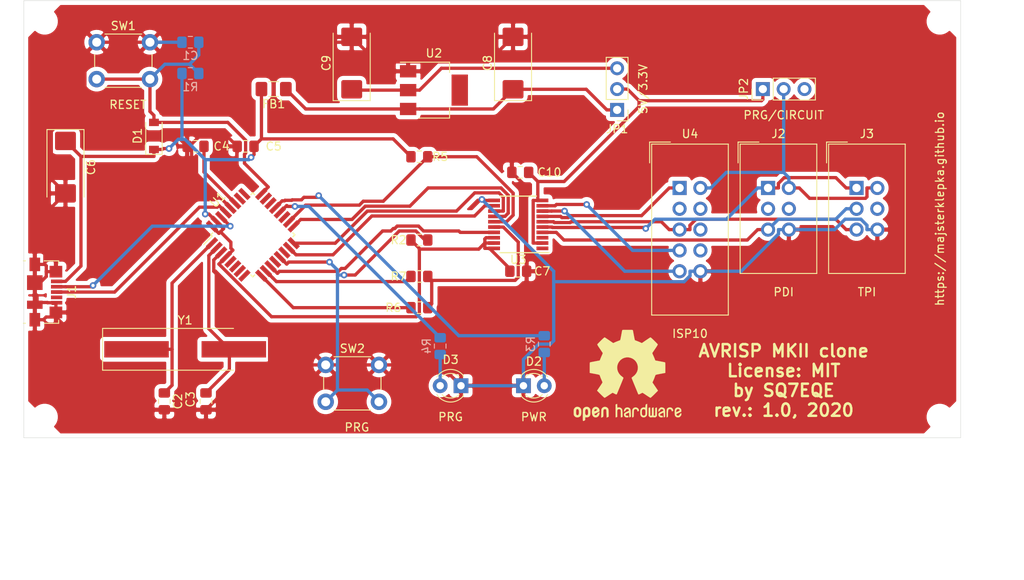
<source format=kicad_pcb>
(kicad_pcb (version 20171130) (host pcbnew 5.1.5-1.fc31)
  (title_block (title "AVRISP mkII programmer PCB") (date 2020-03-24) (rev 1.0) (company "MSc. Paweł Sobótka") (comment 1 "License: MIT") (comment 2 "by SQ7EQE"))
  (layers (0 F.Cu signal) (31 B.Cu signal) (34 B.Paste user) (35 F.Paste user) (36 B.SilkS user) (37 F.SilkS user) (38 B.Mask user) (39 F.Mask user) (44 Edge.Cuts user))
  (net 0 "")
  (net 1 "Net-(C1-Pad2)")
  (net 2 GND)
  (net 3 "Net-(C2-Pad1)")
  (net 4 "Net-(C3-Pad1)")
  (net 5 "Net-(C4-Pad1)")
  (net 6 +5V)
  (net 7 "Net-(C8-Pad1)")
  (net 8 "Net-(C9-Pad1)")
  (net 9 "Net-(C10-Pad2)")
  (net 10 "Net-(D2-Pad2)")
  (net 11 "Net-(D3-Pad2)")
  (net 12 "Net-(J1-Pad2)")
  (net 13 "Net-(J1-Pad3)")
  (net 14 "Net-(J1-Pad4)")
  (net 15 /CLK)
  (net 16 "Net-(J2-Pad4)")
  (net 17 "Net-(J2-Pad3)")
  (net 18 VSS)
  (net 19 /DATA)
  (net 20 "Net-(J3-Pad4)")
  (net 21 /RESET)
  (net 22 "Net-(JP2-Pad3)")
  (net 23 "Net-(R2-Pad2)")
  (net 24 "Net-(R3-Pad1)")
  (net 25 "Net-(R4-Pad1)")
  (net 26 "Net-(R5-Pad2)")
  (net 27 "Net-(R6-Pad2)")
  (net 28 "Net-(R6-Pad1)")
  (net 29 "Net-(R7-Pad2)")
  (net 30 "Net-(U1-Pad5)")
  (net 31 "Net-(U1-Pad6)")
  (net 32 "Net-(U1-Pad7)")
  (net 33 "Net-(U1-Pad8)")
  (net 34 "Net-(U1-Pad11)")
  (net 35 "Net-(U1-Pad12)")
  (net 36 "Net-(U1-Pad14)")
  (net 37 "Net-(U1-Pad15)")
  (net 38 "Net-(U1-Pad16)")
  (net 39 "Net-(U1-Pad17)")
  (net 40 "Net-(U1-Pad19)")
  (net 41 "Net-(U1-Pad22)")
  (net 42 "Net-(U1-Pad23)")
  (net 43 "Net-(U1-Pad25)")
  (net 44 "Net-(U1-Pad26)")
  (net 45 "Net-(U3-Pad1)")
  (net 46 "Net-(U3-Pad3)")
  (net 47 /MISO)
  (net 48 /MOSI)
  (net 49 /SCK)
  (net 50 "Net-(U4-Pad3)")
  (net 51 "Net-(U4-Pad4)")
  (net 52 "Net-(U4-Pad6)")
  (net 53 "Net-(U4-Pad8)")
  (module MountingHole:MountingHole_2.2mm_M2_DIN965 (layer F.Cu) (at 91.44 134.62)
    (fp_text reference M4 hide)
    (fp_text value MountingHole_2.2mm_M2_DIN965 hide)
    (pad 1 np_thru_hole circle (at 0 0) (size 2.2 2.2) (drill 2.2) (layers *.Cu *.Mask))
  )
  (module MountingHole:MountingHole_2.2mm_M2_DIN965 (layer F.Cu) (at 200.66 134.62)
    (fp_text reference M3 hide)
    (fp_text value MountingHole_2.2mm_M2_DIN965 hide)
    (pad 1 np_thru_hole circle (at 0 0) (size 2.2 2.2) (drill 2.2) (layers *.Cu *.Mask))
  )
  (module MountingHole:MountingHole_2.2mm_M2_DIN965 (layer F.Cu) (at 200.66 86.36)
    (fp_text reference M2 hide)
    (fp_text value MountingHole_2.2mm_M2_DIN965 hide)
    (pad 1 np_thru_hole circle (at 0 0) (size 2.2 2.2) (drill 2.2) (layers *.Cu *.Mask))
  )
  (module MountingHole:MountingHole_2.2mm_M2_DIN965 (layer F.Cu) (at 91.44 86.36)
    (fp_text reference M1 hide)
    (fp_text value MountingHole_2.2mm_M2_DIN965 hide)
    (pad 1 np_thru_hole circle (at 0 0) (size 2.2 2.2) (drill 2.2) (layers *.Cu *.Mask))
  )
  (module Capacitor_SMD:C_0805_2012Metric_Pad1.15x1.40mm_HandSolder (layer B.Cu) (at 109.22 88.9)
    (fp_text reference C1 (at 0 1.65) (layer B.SilkS) (effects (justify mirror)))
    (fp_text value 100n)
    (pad 2 smd roundrect (at 1.025 0) (size 1.15 1.4) (layers B.Cu B.Paste B.Mask) (roundrect_rratio 0.217391) (net 1 "Net-(C1-Pad2)"))
    (pad 1 smd roundrect (at -1.025 0) (size 1.15 1.4) (layers B.Cu B.Paste B.Mask) (roundrect_rratio 0.217391) (net 2 GND))
  )
  (module Resistor_SMD:R_0805_2012Metric_Pad1.15x1.40mm_HandSolder (layer B.Cu) (at 109.22 92.71)
    (fp_text reference R1 (at 0 1.65) (layer B.SilkS) (effects (justify mirror)))
    (fp_text value 10k)
    (pad 1 smd roundrect (at -1.025 0) (size 1.15 1.4) (layers B.Cu B.Paste B.Mask) (roundrect_rratio 0.217391) (net 6 +5V))
    (pad 2 smd roundrect (at 1.025 0) (size 1.15 1.4) (layers B.Cu B.Paste B.Mask) (roundrect_rratio 0.217391) (net 1 "Net-(C1-Pad2)"))
  )
  (module Button_Switch_THT:SW_PUSH_6mm_H5mm (layer F.Cu) (at 97.79 88.9)
    (fp_text reference SW1 (at 3.25 -2) (layer F.SilkS))
    (fp_text value reset)
    (pad 2 thru_hole circle (at 0 4.5 90) (size 2 2) (drill 1.1) (layers *.Cu *.Mask) (net 1 "Net-(C1-Pad2)"))
    (pad 1 thru_hole circle (at 0 0 90) (size 2 2) (drill 1.1) (layers *.Cu *.Mask) (net 2 GND))
    (pad 2 thru_hole circle (at 6.5 4.5 90) (size 2 2) (drill 1.1) (layers *.Cu *.Mask) (net 1 "Net-(C1-Pad2)"))
    (pad 1 thru_hole circle (at 6.5 0 90) (size 2 2) (drill 1.1) (layers *.Cu *.Mask) (net 2 GND))
  )
  (module Diode_SMD:D_SOD-123 (layer F.Cu) (at 104.775 100.33 90)
    (fp_text reference D1 (at 0 -2 90) (layer F.SilkS))
    (fp_text value 1N4148W)
    (pad 1 smd rect (at -1.65 0 90) (size 0.9 1.2) (layers F.Cu F.Paste F.Mask) (net 6 +5V))
    (pad 2 smd rect (at 1.65 0 90) (size 0.9 1.2) (layers F.Cu F.Paste F.Mask) (net 1 "Net-(C1-Pad2)"))
  )
  (module Symbol:OSHW-Logo2_14.6x12mm_SilkScreen (layer F.Cu) (at 162.56 129.54)
    (fp_text reference REF** hide)
    (fp_text value OSHW-Logo2_14.6x12mm_SilkScreen hide)
  )
  (module Capacitor_Tantalum_SMD:CP_EIA-7343-15_Kemet-W_Pad2.25x2.55mm_HandSolder (layer F.Cu) (at 128.905 91.44 90)
    (fp_text reference C9 (at 0 -3.1 90) (layer F.SilkS))
    (fp_text value 10u)
    (pad 2 smd roundrect (at 3.2 0 90) (size 2.25 2.55) (layers F.Cu F.Paste F.Mask) (roundrect_rratio 0.111111) (net 2 GND))
    (pad 1 smd roundrect (at -3.2 0 90) (size 2.25 2.55) (layers F.Cu F.Paste F.Mask) (roundrect_rratio 0.111111) (net 8 "Net-(C9-Pad1)"))
  )
  (module Capacitor_Tantalum_SMD:CP_EIA-7343-15_Kemet-W_Pad2.25x2.55mm_HandSolder (layer F.Cu) (at 148.59 91.44 90)
    (fp_text reference C8 (at 0 -3.1 90) (layer F.SilkS))
    (fp_text value 10u)
    (pad 2 smd roundrect (at 3.2 0 90) (size 2.25 2.55) (layers F.Cu F.Paste F.Mask) (roundrect_rratio 0.111111) (net 2 GND))
    (pad 1 smd roundrect (at -3.2 0 90) (size 2.25 2.55) (layers F.Cu F.Paste F.Mask) (roundrect_rratio 0.111111) (net 7 "Net-(C8-Pad1)"))
  )
  (module Capacitor_Tantalum_SMD:CP_EIA-7343-15_Kemet-W_Pad2.25x2.55mm_HandSolder (layer F.Cu) (at 93.98 104.14 270)
    (fp_text reference C6 (at 0 -3.1 270) (layer F.SilkS))
    (fp_text value 10u)
    (pad 2 smd roundrect (at 3.2 0 270) (size 2.25 2.55) (layers F.Cu F.Paste F.Mask) (roundrect_rratio 0.111111) (net 2 GND))
    (pad 1 smd roundrect (at -3.2 0 270) (size 2.25 2.55) (layers F.Cu F.Paste F.Mask) (roundrect_rratio 0.111111) (net 6 +5V))
  )
  (module Connector_IDC:IDC-Header_2x03_P2.54mm_Vertical (layer F.Cu) (at 190.5 106.68)
    (fp_text reference J3 (at 1.27 -6.604) (layer F.SilkS))
    (fp_text value AVR-TPI-6)
    (pad 6 thru_hole oval (at 2.54 5.08) (size 1.7272 1.7272) (drill 1.016) (layers *.Cu *.Mask) (net 2 GND))
    (pad 5 thru_hole oval (at 0 5.08) (size 1.7272 1.7272) (drill 1.016) (layers *.Cu *.Mask) (net 21 /RESET))
    (pad 4 thru_hole oval (at 2.54 2.54) (size 1.7272 1.7272) (drill 1.016) (layers *.Cu *.Mask) (net 20 "Net-(J3-Pad4)"))
    (pad 3 thru_hole oval (at 0 2.54) (size 1.7272 1.7272) (drill 1.016) (layers *.Cu *.Mask) (net 15 /CLK))
    (pad 2 thru_hole oval (at 2.54 0) (size 1.7272 1.7272) (drill 1.016) (layers *.Cu *.Mask) (net 18 VSS))
    (pad 1 thru_hole rect (at 0 0) (size 1.7272 1.7272) (drill 1.016) (layers *.Cu *.Mask) (net 19 /DATA))
  )
  (module Connector_IDC:IDC-Header_2x03_P2.54mm_Vertical (layer F.Cu) (at 179.705 106.68)
    (fp_text reference J2 (at 1.27 -6.604) (layer F.SilkS))
    (fp_text value AVR-PDI-6)
    (pad 6 thru_hole oval (at 2.54 5.08) (size 1.7272 1.7272) (drill 1.016) (layers *.Cu *.Mask) (net 2 GND))
    (pad 5 thru_hole oval (at 0 5.08) (size 1.7272 1.7272) (drill 1.016) (layers *.Cu *.Mask) (net 15 /CLK))
    (pad 4 thru_hole oval (at 2.54 2.54) (size 1.7272 1.7272) (drill 1.016) (layers *.Cu *.Mask) (net 16 "Net-(J2-Pad4)"))
    (pad 3 thru_hole oval (at 0 2.54) (size 1.7272 1.7272) (drill 1.016) (layers *.Cu *.Mask) (net 17 "Net-(J2-Pad3)"))
    (pad 2 thru_hole oval (at 2.54 0) (size 1.7272 1.7272) (drill 1.016) (layers *.Cu *.Mask) (net 18 VSS))
    (pad 1 thru_hole rect (at 0 0) (size 1.7272 1.7272) (drill 1.016) (layers *.Cu *.Mask) (net 19 /DATA))
  )
  (module Capacitor_SMD:C_0805_2012Metric_Pad1.15x1.40mm_HandSolder (layer F.Cu) (at 106.045 132.715 270)
    (fp_text reference C2 (at 0 -1.65 90) (layer F.SilkS))
    (fp_text value 33p)
    (pad 1 smd roundrect (at -1.025 0 270) (size 1.15 1.4) (layers F.Cu F.Paste F.Mask) (roundrect_rratio 0.217391) (net 3 "Net-(C2-Pad1)"))
    (pad 2 smd roundrect (at 1.025 0 270) (size 1.15 1.4) (layers F.Cu F.Paste F.Mask) (roundrect_rratio 0.217391) (net 2 GND))
  )
  (module Capacitor_SMD:C_0805_2012Metric_Pad1.15x1.40mm_HandSolder (layer F.Cu) (at 111.125 132.715 270)
    (fp_text reference C3 (at -0.245 1.905 90) (layer F.SilkS))
    (fp_text value 33p)
    (pad 1 smd roundrect (at -1.025 0 270) (size 1.15 1.4) (layers F.Cu F.Paste F.Mask) (roundrect_rratio 0.217391) (net 4 "Net-(C3-Pad1)"))
    (pad 2 smd roundrect (at 1.025 0 270) (size 1.15 1.4) (layers F.Cu F.Paste F.Mask) (roundrect_rratio 0.217391) (net 2 GND))
  )
  (module Capacitor_SMD:C_0805_2012Metric_Pad1.15x1.40mm_HandSolder (layer F.Cu) (at 109.855 101.6 180)
    (fp_text reference C4 (at -3.175 0 180) (layer F.SilkS))
    (fp_text value 1u)
    (pad 2 smd roundrect (at 1.025 0 180) (size 1.15 1.4) (layers F.Cu F.Paste F.Mask) (roundrect_rratio 0.217391) (net 2 GND))
    (pad 1 smd roundrect (at -1.025 0 180) (size 1.15 1.4) (layers F.Cu F.Paste F.Mask) (roundrect_rratio 0.217391) (net 5 "Net-(C4-Pad1)"))
  )
  (module Capacitor_SMD:C_0805_2012Metric_Pad1.15x1.40mm_HandSolder (layer F.Cu) (at 115.96 101.6 180)
    (fp_text reference C5 (at -3.42 0 180) (layer F.SilkS))
    (fp_text value 100n)
    (pad 1 smd roundrect (at -1.025 0 180) (size 1.15 1.4) (layers F.Cu F.Paste F.Mask) (roundrect_rratio 0.217391) (net 6 +5V))
    (pad 2 smd roundrect (at 1.025 0 180) (size 1.15 1.4) (layers F.Cu F.Paste F.Mask) (roundrect_rratio 0.217391) (net 2 GND))
  )
  (module Capacitor_SMD:C_0805_2012Metric_Pad1.15x1.40mm_HandSolder (layer F.Cu) (at 149.225 116.84 180)
    (fp_text reference C7 (at -2.93 0) (layer F.SilkS))
    (fp_text value 100n)
    (pad 2 smd roundrect (at 1.025 0 180) (size 1.15 1.4) (layers F.Cu F.Paste F.Mask) (roundrect_rratio 0.217391) (net 6 +5V))
    (pad 1 smd roundrect (at -1.025 0 180) (size 1.15 1.4) (layers F.Cu F.Paste F.Mask) (roundrect_rratio 0.217391) (net 2 GND))
  )
  (module Capacitor_SMD:C_0805_2012Metric_Pad1.15x1.40mm_HandSolder (layer F.Cu) (at 149.47 104.775)
    (fp_text reference C10 (at 3.565 0) (layer F.SilkS))
    (fp_text value 100n)
    (pad 1 smd roundrect (at -1.025 0) (size 1.15 1.4) (layers F.Cu F.Paste F.Mask) (roundrect_rratio 0.217391) (net 2 GND))
    (pad 2 smd roundrect (at 1.025 0) (size 1.15 1.4) (layers F.Cu F.Paste F.Mask) (roundrect_rratio 0.217391) (net 9 "Net-(C10-Pad2)"))
  )
  (module LED_THT:LED_D3.0mm (layer F.Cu) (at 149.86 130.81)
    (fp_text reference D2 (at 1.27 -2.96) (layer F.SilkS))
    (fp_text value PWR)
    (pad 1 thru_hole rect (at 0 0) (size 1.8 1.8) (drill 0.9) (layers *.Cu *.Mask) (net 2 GND))
    (pad 2 thru_hole circle (at 2.54 0) (size 1.8 1.8) (drill 0.9) (layers *.Cu *.Mask) (net 10 "Net-(D2-Pad2)"))
  )
  (module LED_THT:LED_D3.0mm (layer F.Cu) (at 142.24 130.81 180)
    (fp_text reference D3 (at 1.27 3.175) (layer F.SilkS))
    (fp_text value PRG)
    (pad 2 thru_hole circle (at 2.54 0 180) (size 1.8 1.8) (drill 0.9) (layers *.Cu *.Mask) (net 11 "Net-(D3-Pad2)"))
    (pad 1 thru_hole rect (at 0 0 180) (size 1.8 1.8) (drill 0.9) (layers *.Cu *.Mask) (net 2 GND))
  )
  (module Resistor_SMD:R_1206_3216Metric_Pad1.42x1.75mm_HandSolder (layer F.Cu) (at 119.38 94.615 180)
    (fp_text reference FB1 (at 0 -1.82) (layer F.SilkS))
    (fp_text value 050)
    (pad 1 smd roundrect (at -1.4875 0 180) (size 1.425 1.75) (layers F.Cu F.Paste F.Mask) (roundrect_rratio 0.175439) (net 7 "Net-(C8-Pad1)"))
    (pad 2 smd roundrect (at 1.4875 0 180) (size 1.425 1.75) (layers F.Cu F.Paste F.Mask) (roundrect_rratio 0.175439) (net 6 +5V))
  )
  (module Connector_USB:USB_Micro-B_Molex_47346-0001 (layer F.Cu) (at 91.44 119.38 270)
    (fp_text reference J1 (at 0 -3.3 270) (layer F.SilkS))
    (fp_text value "usb micro")
    (pad 1 smd rect (at -1.3 -1.46 270) (size 0.45 1.38) (layers F.Cu F.Paste F.Mask) (net 6 +5V))
    (pad 2 smd rect (at -0.65 -1.46 270) (size 0.45 1.38) (layers F.Cu F.Paste F.Mask) (net 12 "Net-(J1-Pad2)"))
    (pad 3 smd rect (at 0 -1.46 270) (size 0.45 1.38) (layers F.Cu F.Paste F.Mask) (net 13 "Net-(J1-Pad3)"))
    (pad 4 smd rect (at 0.65 -1.46 270) (size 0.45 1.38) (layers F.Cu F.Paste F.Mask) (net 14 "Net-(J1-Pad4)"))
    (pad 5 smd rect (at 1.3 -1.46 270) (size 0.45 1.38) (layers F.Cu F.Paste F.Mask) (net 2 GND))
    (pad 6 smd rect (at -2.4875 -1.375 270) (size 1.425 1.55) (layers F.Cu F.Paste F.Mask) (net 2 GND))
    (pad 6 smd rect (at 2.4875 -1.375 270) (size 1.425 1.55) (layers F.Cu F.Paste F.Mask) (net 2 GND))
    (pad 6 smd rect (at -3.375 1.2 270) (size 1.65 1.3) (layers F.Cu F.Paste F.Mask) (net 2 GND))
    (pad 6 smd rect (at 3.375 1.2 270) (size 1.65 1.3) (layers F.Cu F.Paste F.Mask) (net 2 GND))
    (pad 6 smd rect (at -1.15 1.2 270) (size 1.8 1.9) (layers F.Cu F.Paste F.Mask) (net 2 GND))
    (pad 6 smd rect (at 1.55 1.2 270) (size 1 1.9) (layers F.Cu F.Paste F.Mask) (net 2 GND))
  )
  (module Connector_PinHeader_2.54mm:PinHeader_1x03_P2.54mm_Vertical (layer F.Cu) (at 161.29 97.155 180)
    (fp_text reference JP1 (at 0 -2.33) (layer F.SilkS))
    (fp_text value 5V/3.3V)
    (pad 1 thru_hole rect (at 0 0 180) (size 1.7 1.7) (drill 1) (layers *.Cu *.Mask) (net 7 "Net-(C8-Pad1)"))
    (pad 2 thru_hole oval (at 0 2.54 180) (size 1.7 1.7) (drill 1) (layers *.Cu *.Mask) (net 9 "Net-(C10-Pad2)"))
    (pad 3 thru_hole oval (at 0 5.08 180) (size 1.7 1.7) (drill 1) (layers *.Cu *.Mask) (net 8 "Net-(C9-Pad1)"))
  )
  (module Connector_PinHeader_2.54mm:PinHeader_1x03_P2.54mm_Vertical (layer F.Cu) (at 179.07 94.615 90)
    (fp_text reference JP2 (at 0 -2.33 90) (layer F.SilkS))
    (fp_text value prg/cir)
    (pad 3 thru_hole oval (at 0 5.08 90) (size 1.7 1.7) (drill 1) (layers *.Cu *.Mask) (net 22 "Net-(JP2-Pad3)"))
    (pad 2 thru_hole oval (at 0 2.54 90) (size 1.7 1.7) (drill 1) (layers *.Cu *.Mask) (net 18 VSS))
    (pad 1 thru_hole rect (at 0 0 90) (size 1.7 1.7) (drill 1) (layers *.Cu *.Mask) (net 9 "Net-(C10-Pad2)"))
  )
  (module Resistor_SMD:R_0805_2012Metric_Pad1.15x1.40mm_HandSolder (layer F.Cu) (at 137.16 113.03)
    (fp_text reference R2 (at -2.54 0) (layer F.SilkS))
    (fp_text value 1k)
    (pad 1 smd roundrect (at -1.025 0) (size 1.15 1.4) (layers F.Cu F.Paste F.Mask) (roundrect_rratio 0.217391) (net 6 +5V))
    (pad 2 smd roundrect (at 1.025 0) (size 1.15 1.4) (layers F.Cu F.Paste F.Mask) (roundrect_rratio 0.217391) (net 23 "Net-(R2-Pad2)"))
  )
  (module Resistor_SMD:R_0805_2012Metric_Pad1.15x1.40mm_HandSolder (layer B.Cu) (at 152.4 125.73 270)
    (fp_text reference R3 (at 0 1.65 270) (layer B.SilkS) (effects (justify mirror)))
    (fp_text value 470R)
    (pad 2 smd roundrect (at 1.025 0 270) (size 1.15 1.4) (layers B.Cu B.Paste B.Mask) (roundrect_rratio 0.217391) (net 10 "Net-(D2-Pad2)"))
    (pad 1 smd roundrect (at -1.025 0 270) (size 1.15 1.4) (layers B.Cu B.Paste B.Mask) (roundrect_rratio 0.217391) (net 24 "Net-(R3-Pad1)"))
  )
  (module Resistor_SMD:R_0805_2012Metric_Pad1.15x1.40mm_HandSolder (layer B.Cu) (at 139.7 125.975 270)
    (fp_text reference R4 (at 0 1.65 270) (layer B.SilkS) (effects (justify mirror)))
    (fp_text value 470R)
    (pad 1 smd roundrect (at -1.025 0 270) (size 1.15 1.4) (layers B.Cu B.Paste B.Mask) (roundrect_rratio 0.217391) (net 25 "Net-(R4-Pad1)"))
    (pad 2 smd roundrect (at 1.025 0 270) (size 1.15 1.4) (layers B.Cu B.Paste B.Mask) (roundrect_rratio 0.217391) (net 11 "Net-(D3-Pad2)"))
  )
  (module Resistor_SMD:R_0805_2012Metric_Pad1.15x1.40mm_HandSolder (layer F.Cu) (at 137.16 102.87)
    (fp_text reference R5 (at 2.54 0) (layer F.SilkS))
    (fp_text value 470R)
    (pad 1 smd roundrect (at -1.025 0) (size 1.15 1.4) (layers F.Cu F.Paste F.Mask) (roundrect_rratio 0.217391) (net 6 +5V))
    (pad 2 smd roundrect (at 1.025 0) (size 1.15 1.4) (layers F.Cu F.Paste F.Mask) (roundrect_rratio 0.217391) (net 26 "Net-(R5-Pad2)"))
  )
  (module Resistor_SMD:R_0805_2012Metric_Pad1.15x1.40mm_HandSolder (layer F.Cu) (at 137.16 121.285 180)
    (fp_text reference R6 (at 3.175 0) (layer F.SilkS))
    (fp_text value 470R)
    (pad 2 smd roundrect (at 1.025 0 180) (size 1.15 1.4) (layers F.Cu F.Paste F.Mask) (roundrect_rratio 0.217391) (net 27 "Net-(R6-Pad2)"))
    (pad 1 smd roundrect (at -1.025 0 180) (size 1.15 1.4) (layers F.Cu F.Paste F.Mask) (roundrect_rratio 0.217391) (net 28 "Net-(R6-Pad1)"))
  )
  (module Resistor_SMD:R_0805_2012Metric_Pad1.15x1.40mm_HandSolder (layer F.Cu) (at 137.16 117.475 180)
    (fp_text reference R7 (at 2.54 0) (layer F.SilkS))
    (fp_text value 470R)
    (pad 2 smd roundrect (at 1.025 0 180) (size 1.15 1.4) (layers F.Cu F.Paste F.Mask) (roundrect_rratio 0.217391) (net 29 "Net-(R7-Pad2)"))
    (pad 1 smd roundrect (at -1.025 0 180) (size 1.15 1.4) (layers F.Cu F.Paste F.Mask) (roundrect_rratio 0.217391) (net 28 "Net-(R6-Pad1)"))
  )
  (module Button_Switch_THT:SW_PUSH_6mm_H5mm (layer F.Cu) (at 125.73 128.27)
    (fp_text reference SW2 (at 3.25 -2) (layer F.SilkS))
    (fp_text value PRG)
    (pad 1 thru_hole circle (at 6.5 0 90) (size 2 2) (drill 1.1) (layers *.Cu *.Mask) (net 2 GND))
    (pad 2 thru_hole circle (at 6.5 4.5 90) (size 2 2) (drill 1.1) (layers *.Cu *.Mask) (net 23 "Net-(R2-Pad2)"))
    (pad 1 thru_hole circle (at 0 0 90) (size 2 2) (drill 1.1) (layers *.Cu *.Mask) (net 2 GND))
    (pad 2 thru_hole circle (at 0 4.5 90) (size 2 2) (drill 1.1) (layers *.Cu *.Mask) (net 23 "Net-(R2-Pad2)"))
  )
  (module Package_QFP:TQFP-32_7x7mm_P0.8mm (layer F.Cu) (at 116.84 112.395 45)
    (fp_text reference U1 (at 0 -6.05 45) (layer F.SilkS))
    (fp_text value AT90USB162-16AU)
    (pad 1 smd rect (at -4.25 -2.8 45) (size 1.6 0.55) (layers F.Cu F.Paste F.Mask) (net 3 "Net-(C2-Pad1)"))
    (pad 2 smd rect (at -4.25 -2 45) (size 1.6 0.55) (layers F.Cu F.Paste F.Mask) (net 4 "Net-(C3-Pad1)"))
    (pad 3 smd rect (at -4.25 -1.2 45) (size 1.6 0.55) (layers F.Cu F.Paste F.Mask) (net 2 GND))
    (pad 4 smd rect (at -4.25 -0.4 45) (size 1.6 0.55) (layers F.Cu F.Paste F.Mask) (net 6 +5V))
    (pad 5 smd rect (at -4.25 0.4 45) (size 1.6 0.55) (layers F.Cu F.Paste F.Mask) (net 30 "Net-(U1-Pad5)"))
    (pad 6 smd rect (at -4.25 1.2 45) (size 1.6 0.55) (layers F.Cu F.Paste F.Mask) (net 31 "Net-(U1-Pad6)"))
    (pad 7 smd rect (at -4.25 2 45) (size 1.6 0.55) (layers F.Cu F.Paste F.Mask) (net 32 "Net-(U1-Pad7)"))
    (pad 8 smd rect (at -4.25 2.8 45) (size 1.6 0.55) (layers F.Cu F.Paste F.Mask) (net 33 "Net-(U1-Pad8)"))
    (pad 9 smd rect (at -2.8 4.25 135) (size 1.6 0.55) (layers F.Cu F.Paste F.Mask) (net 27 "Net-(R6-Pad2)"))
    (pad 10 smd rect (at -2 4.25 135) (size 1.6 0.55) (layers F.Cu F.Paste F.Mask) (net 29 "Net-(R7-Pad2)"))
    (pad 11 smd rect (at -1.2 4.25 135) (size 1.6 0.55) (layers F.Cu F.Paste F.Mask) (net 34 "Net-(U1-Pad11)"))
    (pad 12 smd rect (at -0.4 4.25 135) (size 1.6 0.55) (layers F.Cu F.Paste F.Mask) (net 35 "Net-(U1-Pad12)"))
    (pad 13 smd rect (at 0.4 4.25 135) (size 1.6 0.55) (layers F.Cu F.Paste F.Mask) (net 23 "Net-(R2-Pad2)"))
    (pad 14 smd rect (at 1.2 4.25 135) (size 1.6 0.55) (layers F.Cu F.Paste F.Mask) (net 36 "Net-(U1-Pad14)"))
    (pad 15 smd rect (at 2 4.25 135) (size 1.6 0.55) (layers F.Cu F.Paste F.Mask) (net 37 "Net-(U1-Pad15)"))
    (pad 16 smd rect (at 2.8 4.25 135) (size 1.6 0.55) (layers F.Cu F.Paste F.Mask) (net 38 "Net-(U1-Pad16)"))
    (pad 17 smd rect (at 4.25 2.8 45) (size 1.6 0.55) (layers F.Cu F.Paste F.Mask) (net 39 "Net-(U1-Pad17)"))
    (pad 18 smd rect (at 4.25 2 45) (size 1.6 0.55) (layers F.Cu F.Paste F.Mask) (net 26 "Net-(R5-Pad2)"))
    (pad 19 smd rect (at 4.25 1.2 45) (size 1.6 0.55) (layers F.Cu F.Paste F.Mask) (net 40 "Net-(U1-Pad19)"))
    (pad 20 smd rect (at 4.25 0.4 45) (size 1.6 0.55) (layers F.Cu F.Paste F.Mask) (net 25 "Net-(R4-Pad1)"))
    (pad 21 smd rect (at 4.25 -0.4 45) (size 1.6 0.55) (layers F.Cu F.Paste F.Mask) (net 24 "Net-(R3-Pad1)"))
    (pad 22 smd rect (at 4.25 -1.2 45) (size 1.6 0.55) (layers F.Cu F.Paste F.Mask) (net 41 "Net-(U1-Pad22)"))
    (pad 23 smd rect (at 4.25 -2 45) (size 1.6 0.55) (layers F.Cu F.Paste F.Mask) (net 42 "Net-(U1-Pad23)"))
    (pad 24 smd rect (at 4.25 -2.8 45) (size 1.6 0.55) (layers F.Cu F.Paste F.Mask) (net 1 "Net-(C1-Pad2)"))
    (pad 25 smd rect (at 2.8 -4.25 135) (size 1.6 0.55) (layers F.Cu F.Paste F.Mask) (net 43 "Net-(U1-Pad25)"))
    (pad 26 smd rect (at 2 -4.25 135) (size 1.6 0.55) (layers F.Cu F.Paste F.Mask) (net 44 "Net-(U1-Pad26)"))
    (pad 27 smd rect (at 1.2 -4.25 135) (size 1.6 0.55) (layers F.Cu F.Paste F.Mask) (net 5 "Net-(C4-Pad1)"))
    (pad 28 smd rect (at 0.4 -4.25 135) (size 1.6 0.55) (layers F.Cu F.Paste F.Mask) (net 2 GND))
    (pad 29 smd rect (at -0.4 -4.25 135) (size 1.6 0.55) (layers F.Cu F.Paste F.Mask) (net 13 "Net-(J1-Pad3)"))
    (pad 30 smd rect (at -1.2 -4.25 135) (size 1.6 0.55) (layers F.Cu F.Paste F.Mask) (net 12 "Net-(J1-Pad2)"))
    (pad 31 smd rect (at -2 -4.25 135) (size 1.6 0.55) (layers F.Cu F.Paste F.Mask) (net 6 +5V))
    (pad 32 smd rect (at -2.8 -4.25 135) (size 1.6 0.55) (layers F.Cu F.Paste F.Mask) (net 6 +5V))
  )
  (module Package_TO_SOT_SMD:SOT-223 (layer F.Cu) (at 138.938 94.742)
    (fp_text reference U2 (at 0 -4.5) (layer F.SilkS))
    (fp_text value LM1117-3.3)
    (pad 4 smd rect (at 3.15 0) (size 2 3.8) (layers F.Cu F.Paste F.Mask))
    (pad 2 smd rect (at -3.15 0) (size 2 1.5) (layers F.Cu F.Paste F.Mask) (net 8 "Net-(C9-Pad1)"))
    (pad 3 smd rect (at -3.15 2.3) (size 2 1.5) (layers F.Cu F.Paste F.Mask) (net 7 "Net-(C8-Pad1)"))
    (pad 1 smd rect (at -3.15 -2.3) (size 2 1.5) (layers F.Cu F.Paste F.Mask) (net 2 GND))
  )
  (module Package_SO:TSSOP-20_4.4x6.5mm_P0.65mm (layer F.Cu) (at 149.225 111.125 180)
    (fp_text reference U3 (at 0 -4.3) (layer F.SilkS))
    (fp_text value MAX3002EUP)
    (pad 1 smd rect (at -2.95 -2.925 180) (size 1.45 0.45) (layers F.Cu F.Paste F.Mask) (net 45 "Net-(U3-Pad1)"))
    (pad 2 smd rect (at -2.95 -2.275 180) (size 1.45 0.45) (layers F.Cu F.Paste F.Mask) (net 9 "Net-(C10-Pad2)"))
    (pad 3 smd rect (at -2.95 -1.625 180) (size 1.45 0.45) (layers F.Cu F.Paste F.Mask) (net 46 "Net-(U3-Pad3)"))
    (pad 4 smd rect (at -2.95 -0.975 180) (size 1.45 0.45) (layers F.Cu F.Paste F.Mask) (net 15 /CLK))
    (pad 5 smd rect (at -2.95 -0.325 180) (size 1.45 0.45) (layers F.Cu F.Paste F.Mask) (net 19 /DATA))
    (pad 6 smd rect (at -2.95 0.325 180) (size 1.45 0.45) (layers F.Cu F.Paste F.Mask) (net 21 /RESET))
    (pad 7 smd rect (at -2.95 0.975 180) (size 1.45 0.45) (layers F.Cu F.Paste F.Mask) (net 47 /MISO))
    (pad 8 smd rect (at -2.95 1.625 180) (size 1.45 0.45) (layers F.Cu F.Paste F.Mask) (net 48 /MOSI))
    (pad 9 smd rect (at -2.95 2.275 180) (size 1.45 0.45) (layers F.Cu F.Paste F.Mask) (net 49 /SCK))
    (pad 10 smd rect (at -2.95 2.925 180) (size 1.45 0.45) (layers F.Cu F.Paste F.Mask) (net 9 "Net-(C10-Pad2)"))
    (pad 11 smd rect (at 2.95 2.925 180) (size 1.45 0.45) (layers F.Cu F.Paste F.Mask) (net 2 GND))
    (pad 12 smd rect (at 2.95 2.275 180) (size 1.45 0.45) (layers F.Cu F.Paste F.Mask) (net 37 "Net-(U1-Pad15)"))
    (pad 13 smd rect (at 2.95 1.625 180) (size 1.45 0.45) (layers F.Cu F.Paste F.Mask) (net 38 "Net-(U1-Pad16)"))
    (pad 14 smd rect (at 2.95 0.975 180) (size 1.45 0.45) (layers F.Cu F.Paste F.Mask) (net 39 "Net-(U1-Pad17)"))
    (pad 15 smd rect (at 2.95 0.325 180) (size 1.45 0.45) (layers F.Cu F.Paste F.Mask) (net 26 "Net-(R5-Pad2)"))
    (pad 16 smd rect (at 2.95 -0.325 180) (size 1.45 0.45) (layers F.Cu F.Paste F.Mask) (net 28 "Net-(R6-Pad1)"))
    (pad 17 smd rect (at 2.95 -0.975 180) (size 1.45 0.45) (layers F.Cu F.Paste F.Mask) (net 34 "Net-(U1-Pad11)"))
    (pad 18 smd rect (at 2.95 -1.625 180) (size 1.45 0.45) (layers F.Cu F.Paste F.Mask) (net 6 +5V))
    (pad 19 smd rect (at 2.95 -2.275 180) (size 1.45 0.45) (layers F.Cu F.Paste F.Mask) (net 6 +5V))
    (pad 20 smd rect (at 2.95 -2.925 180) (size 1.45 0.45) (layers F.Cu F.Paste F.Mask) (net 6 +5V))
  )
  (module Connector_IDC:IDC-Header_2x05_P2.54mm_Vertical (layer F.Cu) (at 168.91 106.68)
    (fp_text reference U4 (at 1.27 -6.604) (layer F.SilkS))
    (fp_text value AVR-ISP10)
    (pad 1 thru_hole rect (at 0 0) (size 1.7272 1.7272) (drill 1.016) (layers *.Cu *.Mask) (net 47 /MISO))
    (pad 2 thru_hole oval (at 2.54 0) (size 1.7272 1.7272) (drill 1.016) (layers *.Cu *.Mask) (net 18 VSS))
    (pad 3 thru_hole oval (at 0 2.54) (size 1.7272 1.7272) (drill 1.016) (layers *.Cu *.Mask) (net 50 "Net-(U4-Pad3)"))
    (pad 4 thru_hole oval (at 2.54 2.54) (size 1.7272 1.7272) (drill 1.016) (layers *.Cu *.Mask) (net 51 "Net-(U4-Pad4)"))
    (pad 5 thru_hole oval (at 0 5.08) (size 1.7272 1.7272) (drill 1.016) (layers *.Cu *.Mask) (net 21 /RESET))
    (pad 6 thru_hole oval (at 2.54 5.08) (size 1.7272 1.7272) (drill 1.016) (layers *.Cu *.Mask) (net 52 "Net-(U4-Pad6)"))
    (pad 7 thru_hole oval (at 0 7.62) (size 1.7272 1.7272) (drill 1.016) (layers *.Cu *.Mask) (net 49 /SCK))
    (pad 8 thru_hole oval (at 2.54 7.62) (size 1.7272 1.7272) (drill 1.016) (layers *.Cu *.Mask) (net 53 "Net-(U4-Pad8)"))
    (pad 9 thru_hole oval (at 0 10.16) (size 1.7272 1.7272) (drill 1.016) (layers *.Cu *.Mask) (net 48 /MOSI))
    (pad 10 thru_hole oval (at 2.54 10.16) (size 1.7272 1.7272) (drill 1.016) (layers *.Cu *.Mask) (net 2 GND))
  )
  (module Crystal:Crystal_SMD_HC49-SD_HandSoldering (layer F.Cu) (at 108.585 126.365)
    (fp_text reference Y1 (at 0 -3.55) (layer F.SilkS))
    (fp_text value "16 MHz")
    (pad 1 smd rect (at -5.9375 0) (size 7.875 2) (layers F.Cu F.Paste F.Mask) (net 3 "Net-(C2-Pad1)"))
    (pad 2 smd rect (at 5.9375 0) (size 7.875 2) (layers F.Cu F.Paste F.Mask) (net 4 "Net-(C3-Pad1)"))
  )
  (gr_text https://majsterklepka.github.io (at 200.66 109.22 90) (layer F.SilkS) (effects (font (size 1 1))))
  (gr_text RESET (at 101.6 96.52) (layer F.SilkS) (effects (font (size 1 1))))
  (gr_text PRG/CIRCUIT (at 181.61 97.79) (layer F.SilkS) (effects (font (size 1 1))))
  (gr_text 5V/3.3V (at 164.465 94.615 90) (layer F.SilkS) (effects (font (size 1 1))))
  (gr_text TPI (at 191.77 119.38) (layer F.SilkS) (effects (font (size 1 1))))
  (gr_text PDI (at 181.61 119.38) (layer F.SilkS) (effects (font (size 1 1))))
  (gr_text ISP10 (at 170.18 124.46) (layer F.SilkS) (effects (font (size 1 1))))
  (gr_text PWR (at 151.13 134.62) (layer F.SilkS) (effects (font (size 1 1))))
  (gr_text PRG (at 140.97 134.62) (layer F.SilkS) (effects (font (size 1 1))))
  (gr_text PRG (at 129.54 135.89) (layer F.SilkS) (effects (font (size 1 1))))
  (gr_text "AVRISP MKII clone\nLicense: MIT\nby SQ7EQE\nrev.: 1.0, 2020" (at 181.61 130.175) (layer F.SilkS) (effects (font (size 1.5 1.5) (thickness 0.3))))
  (gr_line (start 88.9 137.16) (end 88.9 83.82) (layer Edge.Cuts) (width 0.05))
  (gr_line (start 203.2 137.16) (end 88.9 137.16) (layer Edge.Cuts) (width 0.05))
  (gr_line (start 203.2 83.82) (end 203.2 137.16) (layer Edge.Cuts) (width 0.05))
  (gr_line (start 88.9 83.82) (end 203.2 83.82) (layer Edge.Cuts) (width 0.05))
  (segment (start 117.8653 107.4099) (end 118.714 106.5612) (width 0.4) (layer F.Cu) (net 1))
  (segment (start 118.714 106.5612) (end 115.8222 103.6694) (width 0.4) (layer F.Cu) (net 1))
  (segment (start 115.8222 103.6694) (end 115.8222 102.5692) (width 0.4) (layer F.Cu) (net 1))
  (segment (start 115.8222 102.5692) (end 115.96 102.4314) (width 0.4) (layer F.Cu) (net 1))
  (segment (start 115.96 102.4314) (end 115.96 100.8581) (width 0.4) (layer F.Cu) (net 1))
  (segment (start 115.96 100.8581) (end 113.7819 98.68) (width 0.4) (layer F.Cu) (net 1))
  (segment (start 113.7819 98.68) (end 104.775 98.68) (width 0.4) (layer F.Cu) (net 1))
  (segment (start 109.1173 91.5823) (end 110.245 90.4546) (width 0.4) (layer B.Cu) (net 1))
  (segment (start 110.245 90.4546) (end 110.245 88.9) (width 0.4) (layer B.Cu) (net 1))
  (segment (start 109.1173 91.5823) (end 110.245 92.71) (width 0.4) (layer B.Cu) (net 1))
  (segment (start 104.29 93.4) (end 106.1077 91.5823) (width 0.4) (layer B.Cu) (net 1))
  (segment (start 106.1077 91.5823) (end 109.1173 91.5823) (width 0.4) (layer B.Cu) (net 1))
  (segment (start 104.29 93.4) (end 104.29 97.3447) (width 0.4) (layer F.Cu) (net 1))
  (segment (start 104.29 97.3447) (end 104.775 97.8297) (width 0.4) (layer F.Cu) (net 1))
  (segment (start 104.775 98.68) (end 104.775 97.8297) (width 0.4) (layer F.Cu) (net 1))
  (segment (start 104.29 93.4) (end 97.79 93.4) (width 0.4) (layer F.Cu) (net 1))
  (segment (start 149.86 130.81) (end 149.86 129.5097) (width 0.4) (layer F.Cu) (net 2))
  (segment (start 149.86 129.5097) (end 150.25 129.1197) (width 0.4) (layer F.Cu) (net 2))
  (segment (start 150.25 129.1197) (end 150.25 116.84) (width 0.4) (layer F.Cu) (net 2))
  (segment (start 149.86 130.81) (end 143.5403 130.81) (width 0.4) (layer B.Cu) (net 2))
  (segment (start 142.24 130.81) (end 143.5403 130.81) (width 0.4) (layer B.Cu) (net 2))
  (segment (start 153.5505 118.1178) (end 153.5505 125.3222) (width 0.4) (layer B.Cu) (net 2))
  (segment (start 153.5505 125.3222) (end 153.1427 125.73) (width 0.4) (layer B.Cu) (net 2))
  (segment (start 153.1427 125.73) (end 151.7226 125.73) (width 0.4) (layer B.Cu) (net 2))
  (segment (start 151.7226 125.73) (end 149.86 127.5926) (width 0.4) (layer B.Cu) (net 2))
  (segment (start 149.86 127.5926) (end 149.86 130.81) (width 0.4) (layer B.Cu) (net 2))
  (segment (start 144.7897 108.0776) (end 145.0273 108.0776) (width 0.4) (layer F.Cu) (net 2))
  (segment (start 145.0273 108.0776) (end 145.1497 108.2) (width 0.4) (layer F.Cu) (net 2))
  (segment (start 153.5505 118.1178) (end 153.5505 116.8384) (width 0.4) (layer B.Cu) (net 2))
  (segment (start 153.5505 116.8384) (end 144.7897 108.0776) (width 0.4) (layer B.Cu) (net 2))
  (segment (start 170.1861 116.84) (end 170.1861 117.393) (width 0.4) (layer B.Cu) (net 2))
  (segment (start 170.1861 117.393) (end 169.4613 118.1178) (width 0.4) (layer B.Cu) (net 2))
  (segment (start 169.4613 118.1178) (end 153.5505 118.1178) (width 0.4) (layer B.Cu) (net 2))
  (segment (start 146.275 108.2) (end 145.1497 108.2) (width 0.4) (layer F.Cu) (net 2))
  (segment (start 150.25 116.84) (end 150.25 106.58) (width 0.4) (layer F.Cu) (net 2))
  (segment (start 150.25 106.58) (end 148.445 104.775) (width 0.4) (layer F.Cu) (net 2))
  (segment (start 171.45 116.84) (end 170.1861 116.84) (width 0.4) (layer B.Cu) (net 2))
  (segment (start 180.9811 111.76) (end 180.9811 112.2837) (width 0.4) (layer B.Cu) (net 2))
  (segment (start 180.9811 112.2837) (end 176.4248 116.84) (width 0.4) (layer B.Cu) (net 2))
  (segment (start 176.4248 116.84) (end 171.45 116.84) (width 0.4) (layer B.Cu) (net 2))
  (segment (start 112.9863 114.5517) (end 112.0755 115.4625) (width 0.4) (layer F.Cu) (net 2))
  (segment (start 112.0755 115.4625) (end 112.0755 116.847) (width 0.4) (layer F.Cu) (net 2))
  (segment (start 112.0755 116.847) (end 118.8864 123.6579) (width 0.4) (layer F.Cu) (net 2))
  (segment (start 118.8864 123.6579) (end 118.8864 128.27) (width 0.4) (layer F.Cu) (net 2))
  (segment (start 118.8864 128.27) (end 116.595 128.27) (width 0.4) (layer F.Cu) (net 2))
  (segment (start 116.595 128.27) (end 111.125 133.74) (width 0.4) (layer F.Cu) (net 2))
  (segment (start 125.73 128.27) (end 118.8864 128.27) (width 0.4) (layer F.Cu) (net 2))
  (segment (start 132.23 128.27) (end 125.73 128.27) (width 0.4) (layer F.Cu) (net 2))
  (segment (start 104.29 88.9) (end 128.245 88.9) (width 0.4) (layer F.Cu) (net 2))
  (segment (start 128.245 88.9) (end 128.905 88.24) (width 0.4) (layer F.Cu) (net 2))
  (segment (start 97.79 88.9) (end 104.29 88.9) (width 0.4) (layer F.Cu) (net 2))
  (segment (start 109.3736 101.6) (end 109.3736 104.363) (width 0.4) (layer F.Cu) (net 2))
  (segment (start 109.3736 104.363) (end 114.1176 109.107) (width 0.4) (layer F.Cu) (net 2))
  (segment (start 114.935 101.6) (end 113.8018 100.4668) (width 0.4) (layer F.Cu) (net 2))
  (segment (start 113.8018 100.4668) (end 110.235 100.4668) (width 0.4) (layer F.Cu) (net 2))
  (segment (start 110.235 100.4668) (end 109.3736 101.3282) (width 0.4) (layer F.Cu) (net 2))
  (segment (start 109.3736 101.3282) (end 109.3736 101.6) (width 0.4) (layer F.Cu) (net 2))
  (segment (start 109.3736 101.6) (end 108.83 101.6) (width 0.4) (layer F.Cu) (net 2))
  (segment (start 111.125 133.74) (end 106.045 133.74) (width 0.4) (layer F.Cu) (net 2))
  (segment (start 132.23 128.27) (end 139.7 128.27) (width 0.4) (layer F.Cu) (net 2))
  (segment (start 139.7 128.27) (end 142.24 130.81) (width 0.4) (layer F.Cu) (net 2))
  (segment (start 96.3498 99.3825) (end 97.6684 100.7011) (width 0.4) (layer F.Cu) (net 2))
  (segment (start 97.6684 100.7011) (end 107.9311 100.7011) (width 0.4) (layer F.Cu) (net 2))
  (segment (start 107.9311 100.7011) (end 108.83 101.6) (width 0.4) (layer F.Cu) (net 2))
  (segment (start 93.98 107.34) (end 92.2535 105.6135) (width 0.4) (layer F.Cu) (net 2))
  (segment (start 92.2535 105.6135) (end 92.2535 99.7665) (width 0.4) (layer F.Cu) (net 2))
  (segment (start 92.2535 99.7665) (end 92.6375 99.3825) (width 0.4) (layer F.Cu) (net 2))
  (segment (start 92.6375 99.3825) (end 96.3498 99.3825) (width 0.4) (layer F.Cu) (net 2))
  (segment (start 97.79 88.9) (end 96.3498 90.3402) (width 0.4) (layer F.Cu) (net 2))
  (segment (start 96.3498 90.3402) (end 96.3498 99.3825) (width 0.4) (layer F.Cu) (net 2))
  (segment (start 108.195 88.9) (end 104.29 88.9) (width 0.4) (layer B.Cu) (net 2))
  (segment (start 135.788 91.2917) (end 131.9567 91.2917) (width 0.4) (layer F.Cu) (net 2))
  (segment (start 131.9567 91.2917) (end 128.905 88.24) (width 0.4) (layer F.Cu) (net 2))
  (segment (start 148.59 88.24) (end 145.5383 91.2917) (width 0.4) (layer F.Cu) (net 2))
  (segment (start 145.5383 91.2917) (end 135.788 91.2917) (width 0.4) (layer F.Cu) (net 2))
  (segment (start 91.465 116.005) (end 91.465 109.855) (width 0.4) (layer F.Cu) (net 2))
  (segment (start 91.465 109.855) (end 93.98 107.34) (width 0.4) (layer F.Cu) (net 2))
  (segment (start 91.6397 116.8925) (end 91.6397 116.1797) (width 0.4) (layer F.Cu) (net 2))
  (segment (start 91.6397 116.1797) (end 91.465 116.005) (width 0.4) (layer F.Cu) (net 2))
  (segment (start 91.2903 116.005) (end 91.465 116.005) (width 0.4) (layer F.Cu) (net 2))
  (segment (start 106.045 133.74) (end 104.1311 133.74) (width 0.4) (layer F.Cu) (net 2))
  (segment (start 104.1311 133.74) (end 92.815 122.4239) (width 0.4) (layer F.Cu) (net 2))
  (segment (start 135.788 92.442) (end 135.788 91.2917) (width 0.4) (layer F.Cu) (net 2))
  (segment (start 90.24 122.755) (end 91.2903 122.755) (width 0.4) (layer F.Cu) (net 2))
  (segment (start 92.815 122.4239) (end 91.6214 122.4239) (width 0.4) (layer F.Cu) (net 2))
  (segment (start 91.6214 122.4239) (end 91.2903 122.755) (width 0.4) (layer F.Cu) (net 2))
  (segment (start 92.815 121.8675) (end 92.815 122.4239) (width 0.4) (layer F.Cu) (net 2))
  (segment (start 90.5146 120.6554) (end 90.24 120.93) (width 0.4) (layer F.Cu) (net 2))
  (segment (start 182.245 111.76) (end 180.9811 111.76) (width 0.4) (layer B.Cu) (net 2))
  (segment (start 92.815 121.8675) (end 92.815 120.7547) (width 0.4) (layer F.Cu) (net 2))
  (segment (start 92.3549 120.68) (end 92.4296 120.7547) (width 0.4) (layer F.Cu) (net 2))
  (segment (start 92.4296 120.7547) (end 92.815 120.7547) (width 0.4) (layer F.Cu) (net 2))
  (segment (start 92.3549 120.68) (end 91.8097 120.68) (width 0.4) (layer F.Cu) (net 2))
  (segment (start 92.9 120.68) (end 92.3549 120.68) (width 0.4) (layer F.Cu) (net 2))
  (segment (start 91.8097 120.68) (end 91.7851 120.6554) (width 0.4) (layer F.Cu) (net 2))
  (segment (start 91.7851 120.6554) (end 90.5146 120.6554) (width 0.4) (layer F.Cu) (net 2))
  (segment (start 90.24 119.5303) (end 90.5146 119.8049) (width 0.4) (layer F.Cu) (net 2))
  (segment (start 90.5146 119.8049) (end 90.5146 120.6554) (width 0.4) (layer F.Cu) (net 2))
  (segment (start 92.815 116.8925) (end 91.6397 116.8925) (width 0.4) (layer F.Cu) (net 2))
  (segment (start 90.24 118.8801) (end 91.6397 117.4804) (width 0.4) (layer F.Cu) (net 2))
  (segment (start 91.6397 117.4804) (end 91.6397 116.8925) (width 0.4) (layer F.Cu) (net 2))
  (segment (start 90.24 118.8801) (end 90.24 119.5303) (width 0.4) (layer F.Cu) (net 2))
  (segment (start 90.24 118.23) (end 90.24 118.8801) (width 0.4) (layer F.Cu) (net 2))
  (segment (start 193.04 111.76) (end 191.7761 111.76) (width 0.4) (layer B.Cu) (net 2))
  (segment (start 182.245 111.76) (end 187.8285 111.76) (width 0.4) (layer B.Cu) (net 2))
  (segment (start 187.8285 111.76) (end 189.0985 110.49) (width 0.4) (layer B.Cu) (net 2))
  (segment (start 189.0985 110.49) (end 191.0298 110.49) (width 0.4) (layer B.Cu) (net 2))
  (segment (start 191.0298 110.49) (end 191.7761 111.2363) (width 0.4) (layer B.Cu) (net 2))
  (segment (start 191.7761 111.2363) (end 191.7761 111.76) (width 0.4) (layer B.Cu) (net 2))
  (segment (start 90.24 116.005) (end 91.2903 116.005) (width 0.4) (layer F.Cu) (net 2))
  (via (at 144.7897 108.0776) (size 0.8) (layers F.Cu B.Cu) (net 2))
  (segment (start 111.8549 113.4203) (end 106.9853 118.2899) (width 0.4) (layer F.Cu) (net 3))
  (segment (start 106.9853 118.2899) (end 106.9853 126.365) (width 0.4) (layer F.Cu) (net 3))
  (segment (start 102.6475 126.365) (end 106.9853 126.365) (width 0.4) (layer F.Cu) (net 3))
  (segment (start 106.9853 126.365) (end 106.9853 130.7497) (width 0.4) (layer F.Cu) (net 3))
  (segment (start 106.9853 130.7497) (end 106.045 131.69) (width 0.4) (layer F.Cu) (net 3))
  (segment (start 111.5718 114.8348) (end 111.4726 114.934) (width 0.4) (layer F.Cu) (net 4))
  (segment (start 111.4726 114.934) (end 111.4726 123.8573) (width 0.4) (layer F.Cu) (net 4))
  (segment (start 111.4726 123.8573) (end 113.9803 126.365) (width 0.4) (layer F.Cu) (net 4))
  (segment (start 112.4206 113.986) (end 111.5718 114.8348) (width 0.4) (layer F.Cu) (net 4))
  (segment (start 111.125 131.69) (end 113.9803 128.8347) (width 0.4) (layer F.Cu) (net 4))
  (segment (start 113.9803 128.8347) (end 113.9803 126.365) (width 0.4) (layer F.Cu) (net 4))
  (segment (start 114.5225 126.365) (end 113.9803 126.365) (width 0.4) (layer F.Cu) (net 4))
  (segment (start 114.6833 108.5413) (end 110.88 104.738) (width 0.4) (layer F.Cu) (net 5))
  (segment (start 110.88 104.738) (end 110.88 101.6) (width 0.4) (layer F.Cu) (net 5))
  (segment (start 104.775 101.98) (end 105.7753 101.98) (width 0.4) (layer F.Cu) (net 6))
  (segment (start 106.6117 101.8712) (end 105.8841 101.8712) (width 0.4) (layer F.Cu) (net 6))
  (segment (start 105.8841 101.8712) (end 105.7753 101.98) (width 0.4) (layer F.Cu) (net 6))
  (segment (start 108.195 100.745) (end 107.7379 100.745) (width 0.4) (layer B.Cu) (net 6))
  (segment (start 107.7379 100.745) (end 106.6117 101.8712) (width 0.4) (layer B.Cu) (net 6))
  (segment (start 111.0328 103.2242) (end 108.5536 100.745) (width 0.4) (layer B.Cu) (net 6))
  (segment (start 108.5536 100.745) (end 108.195 100.745) (width 0.4) (layer B.Cu) (net 6))
  (segment (start 108.195 100.745) (end 108.195 92.71) (width 0.4) (layer B.Cu) (net 6))
  (segment (start 145.7124 114.05) (end 148.2 116.5376) (width 0.4) (layer F.Cu) (net 6))
  (segment (start 148.2 116.5376) (end 148.2 116.84) (width 0.4) (layer F.Cu) (net 6))
  (segment (start 145.7124 114.05) (end 145.1497 114.05) (width 0.4) (layer F.Cu) (net 6))
  (segment (start 146.275 114.05) (end 145.7124 114.05) (width 0.4) (layer F.Cu) (net 6))
  (segment (start 145.1497 114.05) (end 145.1497 113.4) (width 0.4) (layer F.Cu) (net 6))
  (segment (start 113.552 115.1174) (end 114.4008 114.2686) (width 0.4) (layer F.Cu) (net 6))
  (segment (start 112.8925 112.0295) (end 114.1627 113.2997) (width 0.4) (layer F.Cu) (net 6))
  (segment (start 114.1627 113.2997) (end 114.1627 114.0306) (width 0.4) (layer F.Cu) (net 6))
  (segment (start 114.1627 114.0306) (end 114.4008 114.2686) (width 0.4) (layer F.Cu) (net 6))
  (segment (start 112.8925 112.0295) (end 112.7036 112.2184) (width 0.4) (layer F.Cu) (net 6))
  (segment (start 113.2693 111.6527) (end 112.8925 112.0295) (width 0.4) (layer F.Cu) (net 6))
  (segment (start 137.16 114.141) (end 137.16 122.0138) (width 0.4) (layer F.Cu) (net 6))
  (segment (start 137.16 122.0138) (end 136.7826 122.3912) (width 0.4) (layer F.Cu) (net 6))
  (segment (start 136.7826 122.3912) (end 119.1283 122.3912) (width 0.4) (layer F.Cu) (net 6))
  (segment (start 119.1283 122.3912) (end 112.7033 115.9661) (width 0.4) (layer F.Cu) (net 6))
  (segment (start 136.135 113.03) (end 137.16 114.055) (width 0.4) (layer F.Cu) (net 6))
  (segment (start 137.16 114.055) (end 137.16 114.141) (width 0.4) (layer F.Cu) (net 6))
  (segment (start 145.1497 113.4) (end 144.4087 114.141) (width 0.4) (layer F.Cu) (net 6))
  (segment (start 144.4087 114.141) (end 137.16 114.141) (width 0.4) (layer F.Cu) (net 6))
  (segment (start 113.552 115.1174) (end 112.7033 115.9661) (width 0.4) (layer F.Cu) (net 6))
  (segment (start 116.985 101.6) (end 116.985 102.5971) (width 0.4) (layer F.Cu) (net 6))
  (segment (start 116.985 102.5971) (end 116.6286 102.9535) (width 0.4) (layer F.Cu) (net 6))
  (segment (start 111.0328 103.2242) (end 116.3579 103.2242) (width 0.4) (layer B.Cu) (net 6))
  (segment (start 116.3579 103.2242) (end 116.6286 102.9535) (width 0.4) (layer B.Cu) (net 6))
  (segment (start 117.8925 100.6925) (end 133.9575 100.6925) (width 0.4) (layer F.Cu) (net 6))
  (segment (start 133.9575 100.6925) (end 136.135 102.87) (width 0.4) (layer F.Cu) (net 6))
  (segment (start 117.8925 100.6925) (end 116.985 101.6) (width 0.4) (layer F.Cu) (net 6))
  (segment (start 117.8925 94.615) (end 117.8925 100.6925) (width 0.4) (layer F.Cu) (net 6))
  (segment (start 111.0328 109.8643) (end 111.0328 103.2242) (width 0.4) (layer B.Cu) (net 6))
  (segment (start 145.2998 112.75) (end 145.1497 112.9001) (width 0.4) (layer F.Cu) (net 6))
  (segment (start 145.1497 112.9001) (end 145.1497 113.4) (width 0.4) (layer F.Cu) (net 6))
  (segment (start 146.275 112.75) (end 145.2998 112.75) (width 0.4) (layer F.Cu) (net 6))
  (segment (start 111.0328 109.8643) (end 111.4809 109.8643) (width 0.4) (layer F.Cu) (net 6))
  (segment (start 111.4809 109.8643) (end 112.4206 110.804) (width 0.4) (layer F.Cu) (net 6))
  (segment (start 95.8703 102.8303) (end 95.8703 116.2) (width 0.4) (layer F.Cu) (net 6))
  (segment (start 95.8703 116.2) (end 93.9903 118.08) (width 0.4) (layer F.Cu) (net 6))
  (segment (start 111.8549 111.3697) (end 112.7036 112.2184) (width 0.4) (layer F.Cu) (net 6))
  (segment (start 95.8703 102.8303) (end 104.775 102.8303) (width 0.4) (layer F.Cu) (net 6))
  (segment (start 93.98 100.94) (end 95.8703 102.8303) (width 0.4) (layer F.Cu) (net 6))
  (segment (start 92.9 118.08) (end 93.9903 118.08) (width 0.4) (layer F.Cu) (net 6))
  (segment (start 104.775 101.98) (end 104.775 102.8303) (width 0.4) (layer F.Cu) (net 6))
  (segment (start 112.4206 110.804) (end 113.2693 111.6527) (width 0.4) (layer F.Cu) (net 6))
  (segment (start 146.275 113.4) (end 145.1497 113.4) (width 0.4) (layer F.Cu) (net 6))
  (via (at 106.6117 101.8712) (size 0.8) (layers F.Cu B.Cu) (net 6))
  (via (at 116.6286 102.9535) (size 0.8) (layers F.Cu B.Cu) (net 6))
  (via (at 111.0328 109.8643) (size 0.8) (layers F.Cu B.Cu) (net 6))
  (segment (start 135.788 97.042) (end 137.1883 97.042) (width 0.4) (layer F.Cu) (net 7))
  (segment (start 137.1883 97.042) (end 137.1887 97.0424) (width 0.4) (layer F.Cu) (net 7))
  (segment (start 137.1887 97.0424) (end 146.1876 97.0424) (width 0.4) (layer F.Cu) (net 7))
  (segment (start 146.1876 97.0424) (end 148.59 94.64) (width 0.4) (layer F.Cu) (net 7))
  (segment (start 120.8675 94.615) (end 123.2945 97.042) (width 0.4) (layer F.Cu) (net 7))
  (segment (start 123.2945 97.042) (end 135.788 97.042) (width 0.4) (layer F.Cu) (net 7))
  (segment (start 161.29 97.155) (end 160.0397 97.155) (width 0.4) (layer F.Cu) (net 7))
  (segment (start 160.0397 97.155) (end 157.5247 94.64) (width 0.4) (layer F.Cu) (net 7))
  (segment (start 157.5247 94.64) (end 148.59 94.64) (width 0.4) (layer F.Cu) (net 7))
  (segment (start 135.788 94.742) (end 137.1883 94.742) (width 0.4) (layer F.Cu) (net 8))
  (segment (start 137.1883 94.742) (end 139.8553 92.075) (width 0.4) (layer F.Cu) (net 8))
  (segment (start 139.8553 92.075) (end 161.29 92.075) (width 0.4) (layer F.Cu) (net 8))
  (segment (start 128.905 94.64) (end 129.007 94.742) (width 0.4) (layer F.Cu) (net 8))
  (segment (start 129.007 94.742) (end 135.788 94.742) (width 0.4) (layer F.Cu) (net 8))
  (segment (start 163.9604 96.0351) (end 162.5403 94.615) (width 0.4) (layer F.Cu) (net 9))
  (segment (start 179.07 95.8653) (end 178.9002 96.0351) (width 0.4) (layer F.Cu) (net 9))
  (segment (start 178.9002 96.0351) (end 163.9604 96.0351) (width 0.4) (layer F.Cu) (net 9))
  (segment (start 163.9604 96.0351) (end 163.9604 96.7576) (width 0.4) (layer F.Cu) (net 9))
  (segment (start 163.9604 96.7576) (end 154.8256 105.8924) (width 0.4) (layer F.Cu) (net 9))
  (segment (start 154.8256 105.8924) (end 151.6124 105.8924) (width 0.4) (layer F.Cu) (net 9))
  (segment (start 151.6124 105.8924) (end 150.495 104.775) (width 0.4) (layer F.Cu) (net 9))
  (segment (start 151.6124 108.2) (end 151.6124 105.8924) (width 0.4) (layer F.Cu) (net 9))
  (segment (start 151.6124 108.2) (end 151.0497 108.2) (width 0.4) (layer F.Cu) (net 9))
  (segment (start 152.175 108.2) (end 151.6124 108.2) (width 0.4) (layer F.Cu) (net 9))
  (segment (start 152.175 113.4) (end 151.0497 113.4) (width 0.4) (layer F.Cu) (net 9))
  (segment (start 151.0497 113.4) (end 151.0497 108.2) (width 0.4) (layer F.Cu) (net 9))
  (segment (start 161.29 94.615) (end 162.5403 94.615) (width 0.4) (layer F.Cu) (net 9))
  (segment (start 179.07 94.615) (end 179.07 95.8653) (width 0.4) (layer F.Cu) (net 9))
  (segment (start 152.4 130.81) (end 152.4 126.755) (width 0.4) (layer B.Cu) (net 10))
  (segment (start 139.7 130.81) (end 139.7 127) (width 0.4) (layer B.Cu) (net 11))
  (segment (start 93.9903 118.73) (end 97.1888 118.73) (width 0.4) (layer F.Cu) (net 12))
  (segment (start 97.1888 118.73) (end 97.3395 118.5793) (width 0.4) (layer F.Cu) (net 12))
  (segment (start 114.0885 111.3405) (end 114.0885 111.3406) (width 0.4) (layer B.Cu) (net 12))
  (segment (start 114.0885 111.3406) (end 104.5782 111.3406) (width 0.4) (layer B.Cu) (net 12))
  (segment (start 104.5782 111.3406) (end 97.3395 118.5793) (width 0.4) (layer B.Cu) (net 12))
  (segment (start 112.9863 110.2383) (end 114.0885 111.3405) (width 0.4) (layer F.Cu) (net 12))
  (segment (start 92.9 118.73) (end 93.9903 118.73) (width 0.4) (layer F.Cu) (net 12))
  (via (at 97.3395 118.5793) (size 0.8) (layers F.Cu B.Cu) (net 12))
  (via (at 114.0885 111.3405) (size 0.8) (layers F.Cu B.Cu) (net 12))
  (segment (start 113.552 109.6726) (end 112.7033 108.8238) (width 0.4) (layer F.Cu) (net 13))
  (segment (start 112.7033 108.8238) (end 112.5031 109.024) (width 0.4) (layer F.Cu) (net 13))
  (segment (start 112.5031 109.024) (end 110.3372 109.024) (width 0.4) (layer F.Cu) (net 13))
  (segment (start 110.3372 109.024) (end 99.9812 119.38) (width 0.4) (layer F.Cu) (net 13))
  (segment (start 99.9812 119.38) (end 92.9 119.38) (width 0.4) (layer F.Cu) (net 13))
  (segment (start 152.175 112.1) (end 152.1763 112.1013) (width 0.4) (layer F.Cu) (net 15))
  (segment (start 152.1763 112.1013) (end 153.8683 112.1013) (width 0.4) (layer F.Cu) (net 15))
  (segment (start 153.8683 112.1013) (end 154.797 113.03) (width 0.4) (layer F.Cu) (net 15))
  (segment (start 154.797 113.03) (end 177.1711 113.03) (width 0.4) (layer F.Cu) (net 15))
  (segment (start 177.1711 113.03) (end 178.4411 111.76) (width 0.4) (layer F.Cu) (net 15))
  (segment (start 179.705 111.76) (end 178.4411 111.76) (width 0.4) (layer F.Cu) (net 15))
  (segment (start 190.5 109.22) (end 189.2361 109.22) (width 0.4) (layer B.Cu) (net 15))
  (segment (start 179.705 111.76) (end 180.969 110.496) (width 0.4) (layer B.Cu) (net 15))
  (segment (start 180.969 110.496) (end 187.9601 110.496) (width 0.4) (layer B.Cu) (net 15))
  (segment (start 187.9601 110.496) (end 189.2361 109.22) (width 0.4) (layer B.Cu) (net 15))
  (segment (start 171.45 106.68) (end 172.7139 106.68) (width 0.4) (layer B.Cu) (net 18))
  (segment (start 181.61 104.7811) (end 182.245 105.4161) (width 0.4) (layer B.Cu) (net 18))
  (segment (start 181.61 94.615) (end 181.61 104.7811) (width 0.4) (layer B.Cu) (net 18))
  (segment (start 172.7139 106.68) (end 174.6128 104.7811) (width 0.4) (layer B.Cu) (net 18))
  (segment (start 174.6128 104.7811) (end 181.61 104.7811) (width 0.4) (layer B.Cu) (net 18))
  (segment (start 193.04 106.68) (end 191.7761 106.68) (width 0.4) (layer F.Cu) (net 18))
  (segment (start 182.245 106.68) (end 183.5089 106.68) (width 0.4) (layer F.Cu) (net 18))
  (segment (start 183.5089 106.68) (end 184.7729 107.944) (width 0.4) (layer F.Cu) (net 18))
  (segment (start 184.7729 107.944) (end 191.5909 107.944) (width 0.4) (layer F.Cu) (net 18))
  (segment (start 191.5909 107.944) (end 191.7761 107.7588) (width 0.4) (layer F.Cu) (net 18))
  (segment (start 191.7761 107.7588) (end 191.7761 106.68) (width 0.4) (layer F.Cu) (net 18))
  (segment (start 182.245 106.68) (end 182.245 105.4161) (width 0.4) (layer B.Cu) (net 18))
  (segment (start 152.175 111.45) (end 153.3344 111.45) (width 0.4) (layer F.Cu) (net 19))
  (segment (start 153.3344 111.45) (end 153.3853 111.5009) (width 0.4) (layer F.Cu) (net 19))
  (segment (start 153.3853 111.5009) (end 164.6579 111.5009) (width 0.4) (layer F.Cu) (net 19))
  (segment (start 164.6579 111.5009) (end 164.7814 111.6244) (width 0.4) (layer F.Cu) (net 19))
  (segment (start 190.5 106.68) (end 189.2361 106.68) (width 0.4) (layer F.Cu) (net 19))
  (segment (start 179.705 106.68) (end 180.9689 106.68) (width 0.4) (layer F.Cu) (net 19))
  (segment (start 180.9689 106.68) (end 180.9689 106.127) (width 0.4) (layer F.Cu) (net 19))
  (segment (start 180.9689 106.127) (end 181.6798 105.4161) (width 0.4) (layer F.Cu) (net 19))
  (segment (start 181.6798 105.4161) (end 187.9722 105.4161) (width 0.4) (layer F.Cu) (net 19))
  (segment (start 187.9722 105.4161) (end 189.2361 106.68) (width 0.4) (layer F.Cu) (net 19))
  (segment (start 179.705 106.68) (end 178.4411 106.68) (width 0.4) (layer B.Cu) (net 19))
  (segment (start 178.4411 106.68) (end 174.6251 110.496) (width 0.4) (layer B.Cu) (net 19))
  (segment (start 174.6251 110.496) (end 165.9098 110.496) (width 0.4) (layer B.Cu) (net 19))
  (segment (start 165.9098 110.496) (end 164.7814 111.6244) (width 0.4) (layer B.Cu) (net 19))
  (via (at 164.7814 111.6244) (size 0.8) (layers F.Cu B.Cu) (net 19))
  (segment (start 152.175 110.8) (end 153.5333 110.8) (width 0.4) (layer F.Cu) (net 21))
  (segment (start 153.5333 110.8) (end 153.6339 110.9006) (width 0.4) (layer F.Cu) (net 21))
  (segment (start 153.6339 110.9006) (end 155.5748 110.9006) (width 0.4) (layer F.Cu) (net 21))
  (segment (start 155.5748 110.9006) (end 155.6754 110.8) (width 0.4) (layer F.Cu) (net 21))
  (segment (start 155.6754 110.8) (end 166.6861 110.8) (width 0.4) (layer F.Cu) (net 21))
  (segment (start 166.6861 110.8) (end 167.6461 111.76) (width 0.4) (layer F.Cu) (net 21))
  (segment (start 168.91 111.76) (end 170.1739 111.76) (width 0.4) (layer F.Cu) (net 21))
  (segment (start 168.91 111.76) (end 167.6461 111.76) (width 0.4) (layer F.Cu) (net 21))
  (segment (start 189.2361 111.76) (end 187.9661 110.49) (width 0.4) (layer F.Cu) (net 21))
  (segment (start 187.9661 110.49) (end 170.9202 110.49) (width 0.4) (layer F.Cu) (net 21))
  (segment (start 170.9202 110.49) (end 170.1739 111.2363) (width 0.4) (layer F.Cu) (net 21))
  (segment (start 170.1739 111.2363) (end 170.1739 111.76) (width 0.4) (layer F.Cu) (net 21))
  (segment (start 190.5 111.76) (end 189.2361 111.76) (width 0.4) (layer F.Cu) (net 21))
  (segment (start 127.1678 131.3322) (end 125.73 132.77) (width 0.4) (layer B.Cu) (net 23))
  (segment (start 127.1678 117.3021) (end 127.1678 131.3322) (width 0.4) (layer B.Cu) (net 23))
  (segment (start 127.1678 131.3322) (end 130.7922 131.3322) (width 0.4) (layer B.Cu) (net 23))
  (segment (start 130.7922 131.3322) (end 132.23 132.77) (width 0.4) (layer B.Cu) (net 23))
  (segment (start 127.1678 117.3021) (end 127.1678 116.6912) (width 0.4) (layer B.Cu) (net 23))
  (segment (start 127.1678 116.6912) (end 126.1961 115.7195) (width 0.4) (layer B.Cu) (net 23))
  (segment (start 127.9726 117.3021) (end 127.1678 117.3021) (width 0.4) (layer B.Cu) (net 23))
  (segment (start 127.9726 117.3021) (end 129.3278 117.3021) (width 0.4) (layer F.Cu) (net 23))
  (segment (start 129.3278 117.3021) (end 134.7012 111.9287) (width 0.4) (layer F.Cu) (net 23))
  (segment (start 134.7012 111.9287) (end 136.7361 111.9287) (width 0.4) (layer F.Cu) (net 23))
  (segment (start 136.7361 111.9287) (end 137.8374 113.03) (width 0.4) (layer F.Cu) (net 23))
  (segment (start 137.8374 113.03) (end 138.185 113.03) (width 0.4) (layer F.Cu) (net 23))
  (segment (start 120.9768 115.9661) (end 121.2234 115.7195) (width 0.4) (layer F.Cu) (net 23))
  (segment (start 121.2234 115.7195) (end 126.1961 115.7195) (width 0.4) (layer F.Cu) (net 23))
  (segment (start 120.128 115.1174) (end 120.9768 115.9661) (width 0.4) (layer F.Cu) (net 23))
  (via (at 127.9726 117.3021) (size 0.8) (layers F.Cu B.Cu) (net 23))
  (via (at 126.1961 115.7195) (size 0.8) (layers F.Cu B.Cu) (net 23))
  (segment (start 124.8738 107.609) (end 124.6595 107.8233) (width 0.4) (layer F.Cu) (net 24))
  (segment (start 124.6595 107.8233) (end 123.0731 107.8233) (width 0.4) (layer F.Cu) (net 24))
  (segment (start 123.0731 107.8233) (end 122.7663 108.1301) (width 0.4) (layer F.Cu) (net 24))
  (segment (start 122.7663 108.1301) (end 121.6469 108.1301) (width 0.4) (layer F.Cu) (net 24))
  (segment (start 121.6469 108.1301) (end 121.5924 108.1846) (width 0.4) (layer F.Cu) (net 24))
  (segment (start 121.5924 108.1846) (end 120.7574 108.1846) (width 0.4) (layer F.Cu) (net 24))
  (segment (start 120.7574 108.1846) (end 120.6837 108.2583) (width 0.4) (layer F.Cu) (net 24))
  (segment (start 120.6837 108.2583) (end 120.4112 108.2583) (width 0.4) (layer F.Cu) (net 24))
  (segment (start 120.4112 108.2583) (end 120.4112 108.2582) (width 0.4) (layer F.Cu) (net 24))
  (segment (start 152.4 124.705) (end 141.9698 124.705) (width 0.4) (layer B.Cu) (net 24))
  (segment (start 141.9698 124.705) (end 124.8738 107.609) (width 0.4) (layer B.Cu) (net 24))
  (segment (start 119.5624 109.107) (end 120.4112 108.2582) (width 0.4) (layer F.Cu) (net 24))
  (via (at 124.8738 107.609) (size 0.8) (layers F.Cu B.Cu) (net 24))
  (segment (start 139.7 124.95) (end 123.6804 108.9304) (width 0.4) (layer B.Cu) (net 25))
  (segment (start 123.6804 108.9304) (end 121.9783 108.9304) (width 0.4) (layer B.Cu) (net 25))
  (segment (start 120.128 109.6726) (end 120.9768 108.8238) (width 0.4) (layer F.Cu) (net 25))
  (segment (start 120.9768 108.8238) (end 121.0833 108.9304) (width 0.4) (layer F.Cu) (net 25))
  (segment (start 121.0833 108.9304) (end 121.9783 108.9304) (width 0.4) (layer F.Cu) (net 25))
  (via (at 121.9783 108.9304) (size 0.8) (layers F.Cu B.Cu) (net 25))
  (segment (start 138.185 102.87) (end 132.7556 108.2994) (width 0.4) (layer F.Cu) (net 26))
  (segment (start 132.7556 108.2994) (end 130.3171 108.2994) (width 0.4) (layer F.Cu) (net 26))
  (segment (start 130.3171 108.2994) (end 129.8412 108.7753) (width 0.4) (layer F.Cu) (net 26))
  (segment (start 129.8412 108.7753) (end 123.2881 108.7753) (width 0.4) (layer F.Cu) (net 26))
  (segment (start 123.2881 108.7753) (end 121.2594 110.804) (width 0.4) (layer F.Cu) (net 26))
  (segment (start 147.4003 110.8) (end 147.7981 110.8) (width 0.4) (layer F.Cu) (net 26))
  (segment (start 147.7981 110.8) (end 148.6009 109.9972) (width 0.4) (layer F.Cu) (net 26))
  (segment (start 148.6009 109.9972) (end 148.6009 107.3095) (width 0.4) (layer F.Cu) (net 26))
  (segment (start 148.6009 107.3095) (end 144.1614 102.87) (width 0.4) (layer F.Cu) (net 26))
  (segment (start 144.1614 102.87) (end 138.185 102.87) (width 0.4) (layer F.Cu) (net 26))
  (segment (start 146.275 110.8) (end 147.4003 110.8) (width 0.4) (layer F.Cu) (net 26))
  (segment (start 136.135 121.285) (end 121.7702 121.285) (width 0.4) (layer F.Cu) (net 27))
  (segment (start 121.7702 121.285) (end 117.8653 117.3801) (width 0.4) (layer F.Cu) (net 27))
  (segment (start 138.6666 117.9566) (end 138.185 117.475) (width 0.4) (layer F.Cu) (net 28))
  (segment (start 147.4003 111.45) (end 149.225 113.2747) (width 0.4) (layer F.Cu) (net 28))
  (segment (start 149.225 113.2747) (end 149.225 117.5688) (width 0.4) (layer F.Cu) (net 28))
  (segment (start 149.225 117.5688) (end 148.8372 117.9566) (width 0.4) (layer F.Cu) (net 28))
  (segment (start 148.8372 117.9566) (end 138.6666 117.9566) (width 0.4) (layer F.Cu) (net 28))
  (segment (start 138.6666 117.9566) (end 138.6666 120.8034) (width 0.4) (layer F.Cu) (net 28))
  (segment (start 138.6666 120.8034) (end 138.185 121.285) (width 0.4) (layer F.Cu) (net 28))
  (segment (start 146.275 111.45) (end 147.4003 111.45) (width 0.4) (layer F.Cu) (net 28))
  (segment (start 119.2798 117.6632) (end 119.719 118.1024) (width 0.4) (layer F.Cu) (net 29))
  (segment (start 119.719 118.1024) (end 135.5076 118.1024) (width 0.4) (layer F.Cu) (net 29))
  (segment (start 135.5076 118.1024) (end 136.135 117.475) (width 0.4) (layer F.Cu) (net 29))
  (segment (start 118.431 116.8144) (end 119.2798 117.6632) (width 0.4) (layer F.Cu) (net 29))
  (segment (start 146.275 112.1) (end 142.1499 112.1) (width 0.4) (layer F.Cu) (net 34))
  (segment (start 142.1499 112.1) (end 141.9786 111.9287) (width 0.4) (layer F.Cu) (net 34))
  (segment (start 141.9786 111.9287) (end 137.6602 111.9287) (width 0.4) (layer F.Cu) (net 34))
  (segment (start 137.6602 111.9287) (end 137.0599 111.3284) (width 0.4) (layer F.Cu) (net 34))
  (segment (start 137.0599 111.3284) (end 134.4526 111.3284) (width 0.4) (layer F.Cu) (net 34))
  (segment (start 134.4526 111.3284) (end 134.1524 111.6286) (width 0.4) (layer F.Cu) (net 34))
  (segment (start 134.1524 111.6286) (end 133.9836 111.6286) (width 0.4) (layer F.Cu) (net 34))
  (segment (start 133.9836 111.6286) (end 133.6835 111.9287) (width 0.4) (layer F.Cu) (net 34))
  (segment (start 133.6835 111.9287) (end 132.6742 111.9287) (width 0.4) (layer F.Cu) (net 34))
  (segment (start 132.6742 111.9287) (end 128.1011 116.5018) (width 0.4) (layer F.Cu) (net 34))
  (segment (start 128.1011 116.5018) (end 127.6412 116.5018) (width 0.4) (layer F.Cu) (net 34))
  (segment (start 127.6412 116.5018) (end 127.2851 116.8579) (width 0.4) (layer F.Cu) (net 34))
  (segment (start 127.2851 116.8579) (end 120.085 116.8579) (width 0.4) (layer F.Cu) (net 34))
  (segment (start 120.085 116.8579) (end 119.8455 117.0974) (width 0.4) (layer F.Cu) (net 34))
  (segment (start 118.9967 116.2487) (end 119.8455 117.0974) (width 0.4) (layer F.Cu) (net 34))
  (segment (start 146.275 108.85) (end 145.1497 108.85) (width 0.4) (layer F.Cu) (net 37))
  (segment (start 122.1082 114.8348) (end 126.6285 114.8348) (width 0.4) (layer F.Cu) (net 37))
  (segment (start 126.6285 114.8348) (end 131.363 110.1003) (width 0.4) (layer F.Cu) (net 37))
  (segment (start 131.363 110.1003) (end 143.8994 110.1003) (width 0.4) (layer F.Cu) (net 37))
  (segment (start 143.8994 110.1003) (end 145.1497 108.85) (width 0.4) (layer F.Cu) (net 37))
  (segment (start 121.2594 113.986) (end 122.1082 114.8348) (width 0.4) (layer F.Cu) (net 37))
  (segment (start 147.4003 109.5) (end 147.4003 107.8067) (width 0.4) (layer F.Cu) (net 38))
  (segment (start 147.4003 107.8067) (end 146.8709 107.2773) (width 0.4) (layer F.Cu) (net 38))
  (segment (start 146.8709 107.2773) (end 143.9144 107.2773) (width 0.4) (layer F.Cu) (net 38))
  (segment (start 143.9144 107.2773) (end 141.6917 109.5) (width 0.4) (layer F.Cu) (net 38))
  (segment (start 141.6917 109.5) (end 130.8145 109.5) (width 0.4) (layer F.Cu) (net 38))
  (segment (start 130.8145 109.5) (end 126.8942 113.4203) (width 0.4) (layer F.Cu) (net 38))
  (segment (start 126.8942 113.4203) (end 121.8251 113.4203) (width 0.4) (layer F.Cu) (net 38))
  (segment (start 146.275 109.5) (end 147.4003 109.5) (width 0.4) (layer F.Cu) (net 38))
  (segment (start 147.4003 110.15) (end 147.5992 110.15) (width 0.4) (layer F.Cu) (net 39))
  (segment (start 147.5992 110.15) (end 148.0006 109.7486) (width 0.4) (layer F.Cu) (net 39))
  (segment (start 148.0006 109.7486) (end 148.0006 107.5581) (width 0.4) (layer F.Cu) (net 39))
  (segment (start 148.0006 107.5581) (end 147.1195 106.677) (width 0.4) (layer F.Cu) (net 39))
  (segment (start 147.1195 106.677) (end 138.2245 106.677) (width 0.4) (layer F.Cu) (net 39))
  (segment (start 138.2245 106.677) (end 136.0018 108.8997) (width 0.4) (layer F.Cu) (net 39))
  (segment (start 136.0018 108.8997) (end 130.5657 108.8997) (width 0.4) (layer F.Cu) (net 39))
  (segment (start 130.5657 108.8997) (end 128.9444 110.521) (width 0.4) (layer F.Cu) (net 39))
  (segment (start 128.9444 110.521) (end 122.6738 110.521) (width 0.4) (layer F.Cu) (net 39))
  (segment (start 121.8251 111.3697) (end 122.6738 110.521) (width 0.4) (layer F.Cu) (net 39))
  (segment (start 146.275 110.15) (end 147.4003 110.15) (width 0.4) (layer F.Cu) (net 39))
  (segment (start 168.91 106.68) (end 167.6461 106.68) (width 0.4) (layer F.Cu) (net 47))
  (segment (start 167.6461 106.68) (end 164.2701 110.056) (width 0.4) (layer F.Cu) (net 47))
  (segment (start 164.2701 110.056) (end 155.5703 110.056) (width 0.4) (layer F.Cu) (net 47))
  (segment (start 155.5703 110.056) (end 155.3331 110.2932) (width 0.4) (layer F.Cu) (net 47))
  (segment (start 155.3331 110.2932) (end 154.5437 110.2932) (width 0.4) (layer F.Cu) (net 47))
  (segment (start 154.5437 110.2932) (end 154.4005 110.15) (width 0.4) (layer F.Cu) (net 47))
  (segment (start 154.4005 110.15) (end 152.175 110.15) (width 0.4) (layer F.Cu) (net 47))
  (segment (start 153.3003 109.5) (end 153.3075 109.4928) (width 0.4) (layer F.Cu) (net 48))
  (segment (start 153.3075 109.4928) (end 154.8752 109.4928) (width 0.4) (layer F.Cu) (net 48))
  (segment (start 168.91 116.84) (end 162.2224 116.84) (width 0.4) (layer B.Cu) (net 48))
  (segment (start 162.2224 116.84) (end 154.8752 109.4928) (width 0.4) (layer B.Cu) (net 48))
  (segment (start 152.175 109.5) (end 153.3003 109.5) (width 0.4) (layer F.Cu) (net 48))
  (via (at 154.8752 109.4928) (size 0.8) (layers F.Cu B.Cu) (net 48))
  (segment (start 157.5727 108.6925) (end 153.8897 108.6925) (width 0.4) (layer F.Cu) (net 49))
  (segment (start 153.8897 108.6925) (end 153.7322 108.85) (width 0.4) (layer F.Cu) (net 49))
  (segment (start 153.7322 108.85) (end 152.175 108.85) (width 0.4) (layer F.Cu) (net 49))
  (segment (start 168.91 114.3) (end 163.1802 114.3) (width 0.4) (layer B.Cu) (net 49))
  (segment (start 163.1802 114.3) (end 157.5727 108.6925) (width 0.4) (layer B.Cu) (net 49))
  (via (at 157.5727 108.6925) (size 0.8) (layers F.Cu B.Cu) (net 49))
  (zone (net 2) (net_name GND) (layer F.Cu) (connect_pads (clearance 0.508)) (min_thickness 0.254) (fill yes (arc_segments 32) (thermal_gap 0.508) (thermal_bridge_width 0.508) (smoothing chamfer) (radius 5))
    (polygon (pts (xy 203.2 137.16) (xy 88.9 137.16) (xy 88.9 83.82) (xy 203.2 83.82)))
  )
)
</source>
